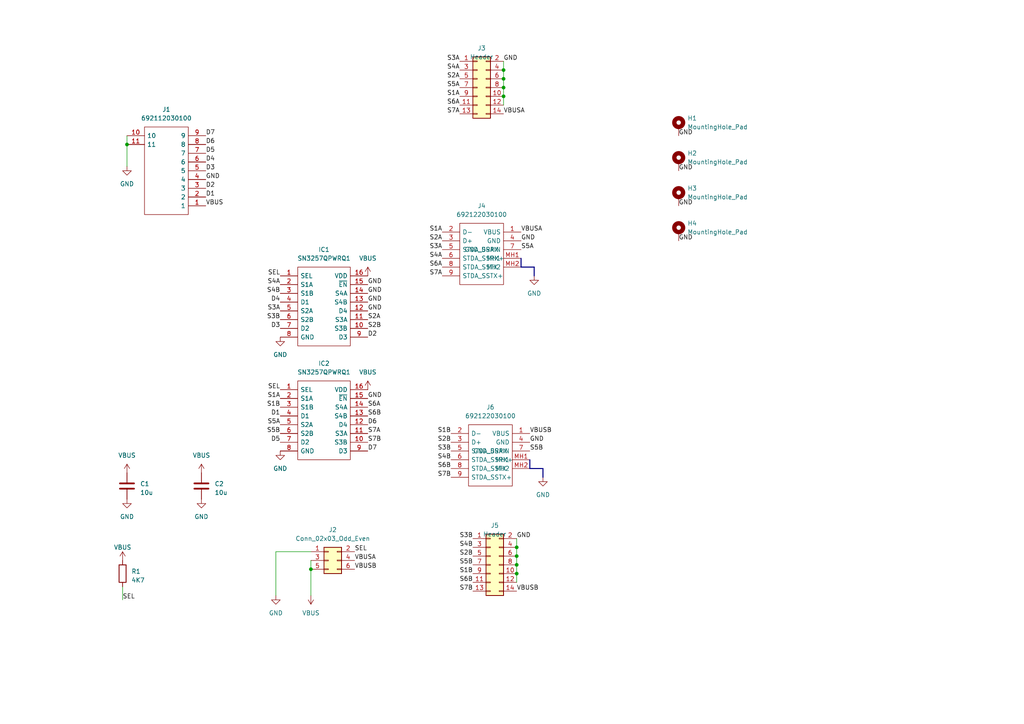
<source format=kicad_sch>
(kicad_sch (version 20230121) (generator eeschema)
  (paper "A4")
  (lib_symbols
    (symbol "Connector_Generic:Conn_02x03_Odd_Even" (pin_names (offset 1.016) hide)
      (property "Reference" "J" (at 1.27 5.08 0))
      (property "Value" "Conn_02x03_Odd_Even" (at 1.27 -5.08 0))
      (symbol "Conn_02x03_Odd_Even_1_1"
        (rectangle (start -1.27 -2.413) (end 0 -2.667) (stroke (width 0.1524)))
        (rectangle (start -1.27 0.127) (end 0 -0.127) (stroke (width 0.1524)))
        (rectangle (start -1.27 2.667) (end 0 2.413) (stroke (width 0.1524)))
        (rectangle (start -1.27 3.81) (end 3.81 -3.81) (stroke (width 0.254)) (fill (type background)))
        (rectangle (start 3.81 -2.413) (end 2.54 -2.667) (stroke (width 0.1524)))
        (rectangle (start 3.81 0.127) (end 2.54 -0.127) (stroke (width 0.1524)))
        (rectangle (start 3.81 2.667) (end 2.54 2.413) (stroke (width 0.1524)))
        (pin passive line (at -5.08 2.54 0) (length 3.81) (name "Pin_1") (number "1"))
        (pin passive line (at 7.62 2.54 180) (length 3.81) (name "Pin_2") (number "2"))
        (pin passive line (at -5.08 0 0) (length 3.81) (name "Pin_3") (number "3"))
        (pin passive line (at 7.62 0 180) (length 3.81) (name "Pin_4") (number "4"))
        (pin passive line (at -5.08 -2.54 0) (length 3.81) (name "Pin_5") (number "5"))
        (pin passive line (at 7.62 -2.54 180) (length 3.81) (name "Pin_6") (number "6"))
      )
    )
    (symbol "Connector_Generic:Conn_02x07_Odd_Even" (pin_names (offset 1.016) hide)
      (property "Reference" "J" (at 1.27 10.16 0))
      (property "Value" "Conn_02x07_Odd_Even" (at 1.27 -10.16 0))
      (symbol "Conn_02x07_Odd_Even_1_1"
        (rectangle (start -1.27 -7.493) (end 0 -7.747) (stroke (width 0.1524)))
        (rectangle (start -1.27 -4.953) (end 0 -5.207) (stroke (width 0.1524)))
        (rectangle (start -1.27 -2.413) (end 0 -2.667) (stroke (width 0.1524)))
        (rectangle (start -1.27 0.127) (end 0 -0.127) (stroke (width 0.1524)))
        (rectangle (start -1.27 2.667) (end 0 2.413) (stroke (width 0.1524)))
        (rectangle (start -1.27 5.207) (end 0 4.953) (stroke (width 0.1524)))
        (rectangle (start -1.27 7.747) (end 0 7.493) (stroke (width 0.1524)))
        (rectangle (start -1.27 8.89) (end 3.81 -8.89) (stroke (width 0.254)) (fill (type background)))
        (rectangle (start 3.81 -7.493) (end 2.54 -7.747) (stroke (width 0.1524)))
        (rectangle (start 3.81 -4.953) (end 2.54 -5.207) (stroke (width 0.1524)))
        (rectangle (start 3.81 -2.413) (end 2.54 -2.667) (stroke (width 0.1524)))
        (rectangle (start 3.81 0.127) (end 2.54 -0.127) (stroke (width 0.1524)))
        (rectangle (start 3.81 2.667) (end 2.54 2.413) (stroke (width 0.1524)))
        (rectangle (start 3.81 5.207) (end 2.54 4.953) (stroke (width 0.1524)))
        (rectangle (start 3.81 7.747) (end 2.54 7.493) (stroke (width 0.1524)))
        (pin passive line (at -5.08 7.62 0) (length 3.81) (name "Pin_1") (number "1"))
        (pin passive line (at 7.62 -2.54 180) (length 3.81) (name "Pin_10") (number "10"))
        (pin passive line (at -5.08 -5.08 0) (length 3.81) (name "Pin_11") (number "11"))
        (pin passive line (at 7.62 -5.08 180) (length 3.81) (name "Pin_12") (number "12"))
        (pin passive line (at -5.08 -7.62 0) (length 3.81) (name "Pin_13") (number "13"))
        (pin passive line (at 7.62 -7.62 180) (length 3.81) (name "Pin_14") (number "14"))
        (pin passive line (at 7.62 7.62 180) (length 3.81) (name "Pin_2") (number "2"))
        (pin passive line (at -5.08 5.08 0) (length 3.81) (name "Pin_3") (number "3"))
        (pin passive line (at 7.62 5.08 180) (length 3.81) (name "Pin_4") (number "4"))
        (pin passive line (at -5.08 2.54 0) (length 3.81) (name "Pin_5") (number "5"))
        (pin passive line (at 7.62 2.54 180) (length 3.81) (name "Pin_6") (number "6"))
        (pin passive line (at -5.08 0 0) (length 3.81) (name "Pin_7") (number "7"))
        (pin passive line (at 7.62 0 180) (length 3.81) (name "Pin_8") (number "8"))
        (pin passive line (at -5.08 -2.54 0) (length 3.81) (name "Pin_9") (number "9"))
      )
    )
    (symbol "Device:C" (pin_numbers hide) (pin_names (offset 0.254))
      (property "Reference" "C" (at 0.635 2.54 0))
      (property "Value" "C" (at 0.635 -2.54 0))
      (symbol "C_0_1"
        (polyline (pts (xy -2.032 -0.762) (xy 2.032 -0.762)) (stroke (width 0.508)))
        (polyline (pts (xy -2.032 0.762) (xy 2.032 0.762)) (stroke (width 0.508)))
      )
      (symbol "C_1_1"
        (pin passive line (at 0 3.81 270) (length 2.794) (name "~") (number "1"))
        (pin passive line (at 0 -3.81 90) (length 2.794) (name "~") (number "2"))
      )
    )
    (symbol "Device:R" (pin_numbers hide) (pin_names (offset 0))
      (property "Reference" "R" (at 2.032 0 90))
      (property "Value" "R" (at 0 0 90))
      (symbol "R_0_1"
        (rectangle (start -1.016 -2.54) (end 1.016 2.54) (stroke (width 0.254)))
      )
      (symbol "R_1_1"
        (pin passive line (at 0 3.81 270) (length 1.27) (name "~") (number "1"))
        (pin passive line (at 0 -3.81 90) (length 1.27) (name "~") (number "2"))
      )
    )
    (symbol "Mechanical:MountingHole_Pad" (pin_numbers hide) (pin_names (offset 1.016) hide)
      (property "Reference" "H" (at 0 6.35 0))
      (property "Value" "MountingHole_Pad" (at 0 4.445 0))
      (symbol "MountingHole_Pad_0_1"
        (circle (center 0 1.27) (radius 1.27) (stroke (width 1.27)))
      )
      (symbol "MountingHole_Pad_1_1"
        (pin input line (at 0 -2.54 90) (length 2.54) (name "1") (number "1"))
      )
    )
    (symbol "mouser:692112030100" (pin_names (offset 0.762))
      (property "Reference" "J" (at 19.05 7.62 0))
      (property "Value" "692112030100" (at 19.05 5.08 0))
      (symbol "692112030100_0_0"
        (pin passive line (at 22.86 -20.32 180) (length 5.08) (name "1") (number "1"))
        (pin passive line (at 0 0 0) (length 5.08) (name "10") (number "10"))
        (pin passive line (at 0 -2.54 0) (length 5.08) (name "11") (number "11"))
        (pin passive line (at 22.86 -17.78 180) (length 5.08) (name "2") (number "2"))
        (pin passive line (at 22.86 -15.24 180) (length 5.08) (name "3") (number "3"))
        (pin passive line (at 22.86 -12.7 180) (length 5.08) (name "4") (number "4"))
        (pin passive line (at 22.86 -10.16 180) (length 5.08) (name "5") (number "5"))
        (pin passive line (at 22.86 -7.62 180) (length 5.08) (name "6") (number "6"))
        (pin passive line (at 22.86 -5.08 180) (length 5.08) (name "7") (number "7"))
        (pin passive line (at 22.86 -2.54 180) (length 5.08) (name "8") (number "8"))
        (pin passive line (at 22.86 0 180) (length 5.08) (name "9") (number "9"))
      )
      (symbol "692112030100_0_1"
        (polyline (pts (xy 5.08 2.54) (xy 17.78 2.54) (xy 17.78 -22.86) (xy 5.08 -22.86) (xy 5.08 2.54)) (stroke (width 0.1524)))
      )
    )
    (symbol "mouser:692122030100" (pin_names (offset 0.762))
      (property "Reference" "J" (at 19.05 7.62 0))
      (property "Value" "692122030100" (at 19.05 5.08 0))
      (symbol "692122030100_0_0"
        (pin passive line (at 22.86 0 180) (length 5.08) (name "VBUS") (number "1"))
        (pin passive line (at 0 0 0) (length 5.08) (name "D-") (number "2"))
        (pin passive line (at 0 -2.54 0) (length 5.08) (name "D+") (number "3"))
        (pin passive line (at 22.86 -2.54 180) (length 5.08) (name "GND") (number "4"))
        (pin passive line (at 0 -5.08 0) (length 5.08) (name "STDA_SSRX") (number "5"))
        (pin passive line (at 0 -7.62 0) (length 5.08) (name "STDA_SSRX+") (number "6"))
        (pin passive line (at 22.86 -5.08 180) (length 5.08) (name "GND_DRAIN") (number "7"))
        (pin passive line (at 0 -10.16 0) (length 5.08) (name "STDA_SSTX") (number "8"))
        (pin passive line (at 0 -12.7 0) (length 5.08) (name "STDA_SSTX+") (number "9"))
        (pin passive line (at 22.86 -7.62 180) (length 5.08) (name "MH1") (number "MH1"))
        (pin passive line (at 22.86 -10.16 180) (length 5.08) (name "MH2") (number "MH2"))
      )
      (symbol "692122030100_0_1"
        (polyline (pts (xy 5.08 2.54) (xy 17.78 2.54) (xy 17.78 -15.24) (xy 5.08 -15.24) (xy 5.08 2.54)) (stroke (width 0.1524)))
      )
    )
    (symbol "mouser:SN3257QPWRQ1" (pin_names (offset 0.762))
      (property "Reference" "IC" (at 21.59 7.62 0))
      (property "Value" "SN3257QPWRQ1" (at 21.59 5.08 0))
      (symbol "SN3257QPWRQ1_0_0"
        (pin passive line (at 0 0 0) (length 5.08) (name "SEL") (number "1"))
        (pin passive line (at 25.4 -15.24 180) (length 5.08) (name "S3B") (number "10"))
        (pin passive line (at 25.4 -12.7 180) (length 5.08) (name "S3A") (number "11"))
        (pin passive line (at 25.4 -10.16 180) (length 5.08) (name "D4") (number "12"))
        (pin passive line (at 25.4 -7.62 180) (length 5.08) (name "S4B") (number "13"))
        (pin passive line (at 25.4 -5.08 180) (length 5.08) (name "S4A") (number "14"))
        (pin passive line (at 25.4 -2.54 180) (length 5.08) (name "~{EN}") (number "15"))
        (pin passive line (at 25.4 0 180) (length 5.08) (name "VDD") (number "16"))
        (pin passive line (at 0 -2.54 0) (length 5.08) (name "S1A") (number "2"))
        (pin passive line (at 0 -5.08 0) (length 5.08) (name "S1B") (number "3"))
        (pin passive line (at 0 -7.62 0) (length 5.08) (name "D1") (number "4"))
        (pin passive line (at 0 -10.16 0) (length 5.08) (name "S2A") (number "5"))
        (pin passive line (at 0 -12.7 0) (length 5.08) (name "S2B") (number "6"))
        (pin passive line (at 0 -15.24 0) (length 5.08) (name "D2") (number "7"))
        (pin passive line (at 0 -17.78 0) (length 5.08) (name "GND") (number "8"))
        (pin passive line (at 25.4 -17.78 180) (length 5.08) (name "D3") (number "9"))
      )
      (symbol "SN3257QPWRQ1_0_1"
        (polyline (pts (xy 5.08 2.54) (xy 20.32 2.54) (xy 20.32 -20.32) (xy 5.08 -20.32) (xy 5.08 2.54)) (stroke (width 0.1524)))
      )
    )
    (symbol "power:GND" (power) (pin_names (offset 0))
      (property "Value" "GND" (at 0 -3.81 0))
      (symbol "GND_0_1"
        (polyline (pts (xy 0 0) (xy 0 -1.27) (xy 1.27 -1.27) (xy 0 -2.54) (xy -1.27 -1.27) (xy 0 -1.27)))
      )
      (symbol "GND_1_1"
        (pin power_in line (at 0 0 270) (length 0) hide (name "GND") (number "1"))
      )
    )
    (symbol "power:VBUS" (power) (pin_names (offset 0))
      (property "Value" "VBUS" (at 0 3.81 0))
      (symbol "VBUS_0_1"
        (polyline (pts (xy -0.762 1.27) (xy 0 2.54)))
        (polyline (pts (xy 0 0) (xy 0 2.54)))
        (polyline (pts (xy 0 2.54) (xy 0.762 1.27)))
      )
      (symbol "VBUS_1_1"
        (pin power_in line (at 0 0 90) (length 0) hide (name "VBUS") (number "1"))
      )
    )
  )
  (junction (at 149.86 166.37))
  (junction (at 149.86 161.29))
  (junction (at 90.17 165.1))
  (junction (at 36.83 41.91))
  (junction (at 149.86 158.75))
  (junction (at 146.05 27.94))
  (junction (at 146.05 20.32))
  (junction (at 146.05 25.4))
  (junction (at 149.86 163.83))
  (junction (at 146.05 22.86))
  (bus (pts (xy 153.67 135.89) (xy 157.48 135.89)))
  (wire (pts (xy 149.86 156.21) (xy 149.86 158.75)))
  (wire (pts (xy 146.05 22.86) (xy 146.05 25.4)))
  (wire (pts (xy 90.17 162.56) (xy 90.17 165.1)))
  (wire (pts (xy 149.86 161.29) (xy 149.86 163.83)))
  (bus (pts (xy 153.67 133.35) (xy 153.67 135.89)))
  (bus (pts (xy 151.13 74.93) (xy 151.13 77.47)))
  (bus (pts (xy 157.48 135.89) (xy 157.48 138.43)))
  (wire (pts (xy 146.05 17.78) (xy 146.05 20.32)))
  (wire (pts (xy 90.17 160.02) (xy 80.01 160.02)))
  (wire (pts (xy 149.86 163.83) (xy 149.86 166.37)))
  (wire (pts (xy 146.05 20.32) (xy 146.05 22.86)))
  (wire (pts (xy 36.83 39.37) (xy 36.83 41.91)))
  (wire (pts (xy 80.01 160.02) (xy 80.01 172.72)))
  (wire (pts (xy 149.86 158.75) (xy 149.86 161.29)))
  (bus (pts (xy 151.13 77.47) (xy 154.94 77.47)))
  (wire (pts (xy 146.05 27.94) (xy 146.05 30.48)))
  (wire (pts (xy 149.86 166.37) (xy 149.86 168.91)))
  (wire (pts (xy 146.05 25.4) (xy 146.05 27.94)))
  (wire (pts (xy 90.17 165.1) (xy 90.17 172.72)))
  (wire (pts (xy 36.83 41.91) (xy 36.83 48.26)))
  (bus (pts (xy 154.94 77.47) (xy 154.94 80.01)))
  (wire (pts (xy 35.56 170.18) (xy 35.56 173.99)))
  (label "S2A" (at 128.27 69.85 180))
  (label "S2A" (at 133.35 22.86 180))
  (label "S4B" (at 81.28 85.09 180))
  (label "D5" (at 81.28 128.27 180))
  (label "VBUSB" (at 149.86 171.45 0))
  (label "GND" (at 196.85 39.37 0))
  (label "S5A" (at 81.28 123.19 180))
  (label "S2B" (at 130.81 128.27 180))
  (label "S7A" (at 133.35 33.02 180))
  (label "S7B" (at 106.68 128.27 0))
  (label "S1B" (at 137.16 166.37 180))
  (label "SEL" (at 81.28 80.01 180))
  (label "S1B" (at 81.28 118.11 180))
  (label "S6A" (at 106.68 118.11 0))
  (label "S5B" (at 81.28 125.73 180))
  (label "D7" (at 106.68 130.81 0))
  (label "GND" (at 196.85 59.69 0))
  (label "D3" (at 59.69 49.53 0))
  (label "D2" (at 59.69 54.61 0))
  (label "D1" (at 81.28 120.65 180))
  (label "GND" (at 59.69 52.07 0))
  (label "D7" (at 59.69 39.37 0))
  (label "S2B" (at 137.16 161.29 180))
  (label "GND" (at 153.67 128.27 0))
  (label "VBUS" (at 59.69 59.69 0))
  (label "D1" (at 59.69 57.15 0))
  (label "D4" (at 59.69 46.99 0))
  (label "D6" (at 106.68 123.19 0))
  (label "S5B" (at 137.16 163.83 180))
  (label "S6B" (at 137.16 168.91 180))
  (label "S6A" (at 133.35 30.48 180))
  (label "GND" (at 106.68 85.09 0))
  (label "S3A" (at 133.35 17.78 180))
  (label "S7A" (at 128.27 80.01 180))
  (label "S4B" (at 130.81 133.35 180))
  (label "GND" (at 106.68 90.17 0))
  (label "S3B" (at 137.16 156.21 180))
  (label "SEL" (at 81.28 113.03 180))
  (label "GND" (at 106.68 82.55 0))
  (label "S1A" (at 133.35 27.94 180))
  (label "GND" (at 196.85 49.53 0))
  (label "S4B" (at 137.16 158.75 180))
  (label "D3" (at 81.28 95.25 180))
  (label "SEL" (at 35.56 173.99 0))
  (label "GND" (at 106.68 87.63 0))
  (label "S1A" (at 128.27 67.31 180))
  (label "S5A" (at 151.13 72.39 0))
  (label "D4" (at 81.28 87.63 180))
  (label "S6B" (at 130.81 135.89 180))
  (label "S2A" (at 106.68 92.71 0))
  (label "S4A" (at 133.35 20.32 180))
  (label "D6" (at 59.69 41.91 0))
  (label "S1B" (at 130.81 125.73 180))
  (label "S7B" (at 137.16 171.45 180))
  (label "S5A" (at 133.35 25.4 180))
  (label "SEL" (at 102.87 160.02 0))
  (label "S3B" (at 130.81 130.81 180))
  (label "GND" (at 196.85 69.85 0))
  (label "S3A" (at 81.28 90.17 180))
  (label "S6A" (at 128.27 77.47 180))
  (label "GND" (at 106.68 115.57 0))
  (label "GND" (at 146.05 17.78 0))
  (label "VBUSA" (at 146.05 33.02 0))
  (label "S2B" (at 106.68 95.25 0))
  (label "D2" (at 106.68 97.79 0))
  (label "S1A" (at 81.28 115.57 180))
  (label "D5" (at 59.69 44.45 0))
  (label "VBUSB" (at 102.87 165.1 0))
  (label "GND" (at 149.86 156.21 0))
  (label "S6B" (at 106.68 120.65 0))
  (label "VBUSA" (at 102.87 162.56 0))
  (label "VBUSB" (at 153.67 125.73 0))
  (label "VBUSA" (at 151.13 67.31 0))
  (label "S7B" (at 130.81 138.43 180))
  (label "S7A" (at 106.68 125.73 0))
  (label "S4A" (at 81.28 82.55 180))
  (label "S4A" (at 128.27 74.93 180))
  (label "S3B" (at 81.28 92.71 180))
  (label "S5B" (at 153.67 130.81 0))
  (label "GND" (at 151.13 69.85 0))
  (label "S3A" (at 128.27 72.39 180))
  (symbol (lib_id "power:GND") (at 36.83 48.26 0) (unit 1)
    (property "Reference" "#PWR0111" (effects hide))
    (property "Value" "GND" (at 36.83 53.34 0))
  )
  (symbol (lib_id "power:VBUS") (at 106.68 113.03 0) (unit 1)
    (property "Reference" "#PWR0108" (effects hide))
    (property "Value" "VBUS" (at 106.68 107.95 0))
  )
  (symbol (lib_id "Mechanical:MountingHole_Pad") (at 196.85 46.99 0) (unit 1)
    (property "Reference" "H2" (at 199.39 44.4499 0) (effects (justify left)))
    (property "Value" "MountingHole_Pad" (at 199.39 46.9899 0) (effects (justify left)))
    (property "Footprint" "MountingHole:MountingHole_3.2mm_M3_Pad_TopBottom" (effects hide))
  )
  (symbol (lib_id "Mechanical:MountingHole_Pad") (at 196.85 36.83 0) (unit 1)
    (property "Reference" "H1" (at 199.39 34.2899 0) (effects (justify left)))
    (property "Value" "MountingHole_Pad" (at 199.39 36.8299 0) (effects (justify left)))
    (property "Footprint" "MountingHole:MountingHole_3.2mm_M3_Pad_TopBottom" (effects hide))
  )
  (symbol (lib_id "mouser:692112030100") (at 36.83 39.37 0) (unit 1)
    (property "Reference" "J1" (at 48.26 31.75 0))
    (property "Value" "692112030100" (at 48.26 34.29 0))
    (property "Footprint" "mouser:692112030100-fixed" (effects hide))
    (property "Datasheet" "https://componentsearchengine.com//692112030100.pdf" (effects hide))
    (property "Description" "Wurth Elektronik Male Right Angle Through Hole Version 3 Type A USB Connector, 30 V ac, 0.25A WR-COM" (effects hide))
    (property "Height" "1" (effects hide))
    (property "Mouser2 Part Number" "710-692112030100" (effects hide))
    (property "Mouser2 Price/Stock" "https://www.mouser.com/Search/Refine.aspx?Keyword=710-692112030100" (effects hide))
    (property "Manufacturer_Name" "Wurth Elektronik" (effects hide))
    (property "Manufacturer_Part_Number" "692112030100" (effects hide))
  )
  (symbol (lib_id "power:GND") (at 80.01 172.72 0) (unit 1)
    (property "Reference" "#PWR0101" (effects hide))
    (property "Value" "GND" (at 80.01 177.8 0))
  )
  (symbol (lib_id "power:VBUS") (at 35.56 162.56 0) (unit 1)
    (property "Reference" "#PWR01" (effects hide))
    (property "Value" "VBUS" (at 35.56 158.75 0))
  )
  (symbol (lib_id "mouser:692122030100") (at 130.81 125.73 0) (unit 1)
    (property "Reference" "J6" (at 142.24 118.11 0))
    (property "Value" "692122030100" (at 142.24 120.65 0))
    (property "Footprint" "mouser:692122030100" (effects hide))
    (property "Datasheet" "https://componentsearchengine.com//692122030100.pdf" (effects hide))
    (property "Description" "Wurth Elektronik WR-COM Series, Right Angle Through Hole, Version 3.0 Type A USB Connector, Receptacle" (effects hide))
    (property "Height" "7.55" (effects hide))
    (property "Mouser2 Part Number" "710-692122030100" (effects hide))
    (property "Mouser2 Price/Stock" "https://www.mouser.com/Search/Refine.aspx?Keyword=710-692122030100" (effects hide))
    (property "Manufacturer_Name" "Wurth Elektronik" (effects hide))
    (property "Manufacturer_Part_Number" "692122030100" (effects hide))
  )
  (symbol (lib_id "Mechanical:MountingHole_Pad") (at 196.85 57.15 0) (unit 1)
    (property "Reference" "H3" (at 199.39 54.6099 0) (effects (justify left)))
    (property "Value" "MountingHole_Pad" (at 199.39 57.1499 0) (effects (justify left)))
    (property "Footprint" "MountingHole:MountingHole_3.2mm_M3_Pad_TopBottom" (effects hide))
  )
  (symbol (lib_id "Connector_Generic:Conn_02x07_Odd_Even") (at 142.24 163.83 0) (unit 1)
    (property "Reference" "J5" (at 143.51 152.4 0))
    (property "Value" "Header" (at 143.51 154.94 0))
    (property "Footprint" "Connector_PinHeader_2.54mm:PinHeader_2x07_P2.54mm_Vertical" (effects hide))
  )
  (symbol (lib_id "mouser:SN3257QPWRQ1") (at 81.28 113.03 0) (unit 1)
    (property "Reference" "IC2" (at 93.98 105.41 0))
    (property "Value" "SN3257QPWRQ1" (at 93.98 107.95 0))
    (property "Footprint" "mouser:SOP65P640X120-16N" (effects hide))
    (property "Datasheet" "https://www.ti.com/lit/gpn/SN3257-Q1" (effects hide))
    (property "Description" "PRECISION ANALOG MULTIPLEXER" (effects hide))
    (property "Height" "1.2" (effects hide))
    (property "Manufacturer_Name" "Texas Instruments" (effects hide))
    (property "Manufacturer_Part_Number" "SN3257QPWRQ1" (effects hide))
  )
  (symbol (lib_id "Device:C") (at 36.83 140.97 0) (unit 1)
    (property "Reference" "C1" (at 40.64 140.335 0) (effects (justify left)))
    (property "Value" "10u" (at 40.64 142.875 0) (effects (justify left)))
    (property "Footprint" "Capacitor_SMD:C_0805_2012Metric" (effects hide))
  )
  (symbol (lib_id "mouser:692122030100") (at 128.27 67.31 0) (unit 1)
    (property "Reference" "J4" (at 139.7 59.69 0))
    (property "Value" "692122030100" (at 139.7 62.23 0))
    (property "Footprint" "mouser:692122030100" (effects hide))
    (property "Datasheet" "https://componentsearchengine.com//692122030100.pdf" (effects hide))
    (property "Description" "Wurth Elektronik WR-COM Series, Right Angle Through Hole, Version 3.0 Type A USB Connector, Receptacle" (effects hide))
    (property "Height" "7.55" (effects hide))
    (property "Mouser2 Part Number" "710-692122030100" (effects hide))
    (property "Mouser2 Price/Stock" "https://www.mouser.com/Search/Refine.aspx?Keyword=710-692122030100" (effects hide))
    (property "Manufacturer_Name" "Wurth Elektronik" (effects hide))
    (property "Manufacturer_Part_Number" "692122030100" (effects hide))
  )
  (symbol (lib_id "Device:R") (at 35.56 166.37 0) (unit 1)
    (property "Reference" "R1" (at 38.1 165.735 0) (effects (justify left)))
    (property "Value" "4K7" (at 38.1 168.275 0) (effects (justify left)))
    (property "Footprint" "Resistor_SMD:R_0805_2012Metric" (effects hide))
  )
  (symbol (lib_id "Device:C") (at 58.42 140.97 0) (unit 1)
    (property "Reference" "C2" (at 62.23 140.335 0) (effects (justify left)))
    (property "Value" "10u" (at 62.23 142.875 0) (effects (justify left)))
    (property "Footprint" "Capacitor_SMD:C_0805_2012Metric" (effects hide))
  )
  (symbol (lib_id "power:VBUS") (at 90.17 172.72 180) (unit 1)
    (property "Reference" "#PWR0102" (effects hide))
    (property "Value" "VBUS" (at 90.17 177.8 0))
  )
  (symbol (lib_id "Connector_Generic:Conn_02x07_Odd_Even") (at 138.43 25.4 0) (unit 1)
    (property "Reference" "J3" (at 139.7 13.97 0))
    (property "Value" "Header" (at 139.7 16.51 0))
    (property "Footprint" "Connector_PinHeader_2.54mm:PinHeader_2x07_P2.54mm_Vertical" (effects hide))
  )
  (symbol (lib_id "Connector_Generic:Conn_02x03_Odd_Even") (at 95.25 162.56 0) (unit 1)
    (property "Reference" "J2" (at 96.52 153.67 0))
    (property "Value" "Conn_02x03_Odd_Even" (at 96.52 156.21 0))
    (property "Footprint" "Connector_PinHeader_2.54mm:PinHeader_2x03_P2.54mm_Vertical" (effects hide))
  )
  (symbol (lib_id "mouser:SN3257QPWRQ1") (at 81.28 80.01 0) (unit 1)
    (property "Reference" "IC1" (at 93.98 72.39 0))
    (property "Value" "SN3257QPWRQ1" (at 93.98 74.93 0))
    (property "Footprint" "mouser:SOP65P640X120-16N" (effects hide))
    (property "Datasheet" "https://www.ti.com/lit/gpn/SN3257-Q1" (effects hide))
    (property "Description" "PRECISION ANALOG MULTIPLEXER" (effects hide))
    (property "Height" "1.2" (effects hide))
    (property "Manufacturer_Name" "Texas Instruments" (effects hide))
    (property "Manufacturer_Part_Number" "SN3257QPWRQ1" (effects hide))
  )
  (symbol (lib_id "power:GND") (at 81.28 130.81 0) (unit 1)
    (property "Reference" "#PWR0107" (effects hide))
    (property "Value" "GND" (at 81.28 135.89 0))
  )
  (symbol (lib_id "power:GND") (at 154.94 80.01 0) (unit 1)
    (property "Reference" "#PWR0115" (effects hide))
    (property "Value" "GND" (at 154.94 85.09 0))
  )
  (symbol (lib_id "power:GND") (at 157.48 138.43 0) (unit 1)
    (property "Reference" "#PWR0109" (effects hide))
    (property "Value" "GND" (at 157.48 143.51 0))
  )
  (symbol (lib_id "power:GND") (at 36.83 144.78 0) (unit 1)
    (property "Reference" "#PWR0104" (effects hide))
    (property "Value" "GND" (at 36.83 149.86 0))
  )
  (symbol (lib_id "power:VBUS") (at 106.68 80.01 0) (unit 1)
    (property "Reference" "#PWR0113" (effects hide))
    (property "Value" "VBUS" (at 106.68 74.93 0))
  )
  (symbol (lib_id "power:GND") (at 58.42 144.78 0) (unit 1)
    (property "Reference" "#PWR0106" (effects hide))
    (property "Value" "GND" (at 58.42 149.86 0))
  )
  (symbol (lib_id "power:GND") (at 81.28 97.79 0) (unit 1)
    (property "Reference" "#PWR0112" (effects hide))
    (property "Value" "GND" (at 81.28 102.87 0))
  )
  (symbol (lib_id "Mechanical:MountingHole_Pad") (at 196.85 67.31 0) (unit 1)
    (property "Reference" "H4" (at 199.39 64.7699 0) (effects (justify left)))
    (property "Value" "MountingHole_Pad" (at 199.39 67.3099 0) (effects (justify left)))
    (property "Footprint" "MountingHole:MountingHole_3.2mm_M3_Pad_TopBottom" (effects hide))
  )
  (symbol (lib_id "power:VBUS") (at 36.83 137.16 0) (unit 1)
    (property "Reference" "#PWR0103" (effects hide))
    (property "Value" "VBUS" (at 36.83 132.08 0))
  )
  (symbol (lib_id "power:VBUS") (at 58.42 137.16 0) (unit 1)
    (property "Reference" "#PWR0105" (effects hide))
    (property "Value" "VBUS" (at 58.42 132.08 0))
  )
)
</source>
